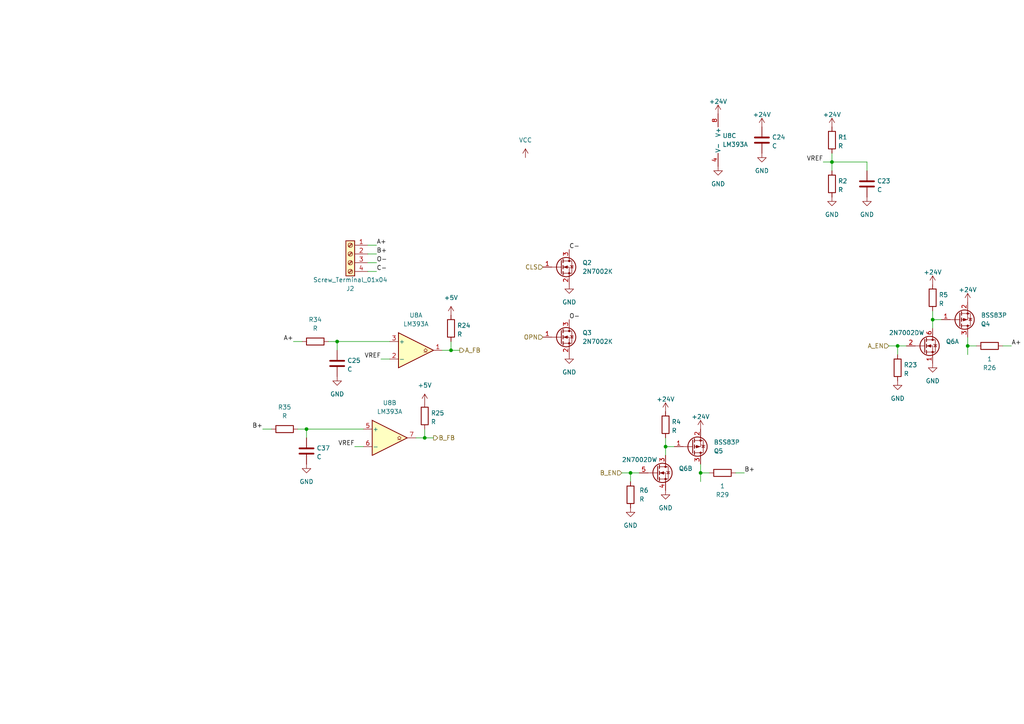
<source format=kicad_sch>
(kicad_sch (version 20231120) (generator "eeschema") (generator_version "8.0")
  (paper "A4")
  (lib_symbols
    (symbol "Comparator:LM393" (pin_names (offset 0.127))
      (property "Reference" "U" (at 3.81 3.81 0))
      (property "Value" "LM393" (at 6.35 -3.81 0))
      (symbol "LM393_1_1"
        (polyline (pts (xy -5.08 5.08) (xy 5.08 0) (xy -5.08 -5.08) (xy -5.08 5.08)) (stroke (width 0.254)) (fill (type background)))
        (polyline (pts (xy 3.302 -0.508) (xy 2.794 -0.508) (xy 3.302 0) (xy 2.794 0.508) (xy 2.286 0) (xy 2.794 -0.508) (xy 2.286 -0.508)) (stroke (width 0.127)))
        (pin open_collector line (at 7.62 0 180) (length 2.54) (name "~") (number "1"))
        (pin input line (at -7.62 -2.54 0) (length 2.54) (name "-") (number "2"))
        (pin input line (at -7.62 2.54 0) (length 2.54) (name "+") (number "3"))
      )
      (symbol "LM393_2_1"
        (polyline (pts (xy -5.08 5.08) (xy 5.08 0) (xy -5.08 -5.08) (xy -5.08 5.08)) (stroke (width 0.254)) (fill (type background)))
        (polyline (pts (xy 3.302 -0.508) (xy 2.794 -0.508) (xy 3.302 0) (xy 2.794 0.508) (xy 2.286 0) (xy 2.794 -0.508) (xy 2.286 -0.508)) (stroke (width 0.127)))
        (pin input line (at -7.62 2.54 0) (length 2.54) (name "+") (number "5"))
        (pin input line (at -7.62 -2.54 0) (length 2.54) (name "-") (number "6"))
        (pin open_collector line (at 7.62 0 180) (length 2.54) (name "~") (number "7"))
      )
      (symbol "LM393_3_1"
        (pin power_in line (at -2.54 -7.62 90) (length 3.81) (name "V-") (number "4"))
        (pin power_in line (at -2.54 7.62 270) (length 3.81) (name "V+") (number "8"))
      )
    )
    (symbol "Connector:Screw_Terminal_01x04" (pin_names (offset 1.016) hide)
      (property "Reference" "J" (at 0 5.08 0))
      (property "Value" "Screw_Terminal_01x04" (at 0 -7.62 0))
      (symbol "Screw_Terminal_01x04_1_1"
        (rectangle (start -1.27 3.81) (end 1.27 -6.35) (stroke (width 0.254)) (fill (type background)))
        (circle (center 0 -5.08) (radius 0.635) (stroke (width 0.1524)))
        (circle (center 0 -2.54) (radius 0.635) (stroke (width 0.1524)))
        (polyline (pts (xy -0.5334 -4.7498) (xy 0.3302 -5.588)) (stroke (width 0.1524)))
        (polyline (pts (xy -0.5334 -2.2098) (xy 0.3302 -3.048)) (stroke (width 0.1524)))
        (polyline (pts (xy -0.5334 0.3302) (xy 0.3302 -0.508)) (stroke (width 0.1524)))
        (polyline (pts (xy -0.5334 2.8702) (xy 0.3302 2.032)) (stroke (width 0.1524)))
        (polyline (pts (xy -0.3556 -4.572) (xy 0.508 -5.4102)) (stroke (width 0.1524)))
        (polyline (pts (xy -0.3556 -2.032) (xy 0.508 -2.8702)) (stroke (width 0.1524)))
        (polyline (pts (xy -0.3556 0.508) (xy 0.508 -0.3302)) (stroke (width 0.1524)))
        (polyline (pts (xy -0.3556 3.048) (xy 0.508 2.2098)) (stroke (width 0.1524)))
        (circle (center 0 0) (radius 0.635) (stroke (width 0.1524)))
        (circle (center 0 2.54) (radius 0.635) (stroke (width 0.1524)))
        (pin passive line (at -5.08 2.54 0) (length 3.81) (name "Pin_1") (number "1"))
        (pin passive line (at -5.08 0 0) (length 3.81) (name "Pin_2") (number "2"))
        (pin passive line (at -5.08 -2.54 0) (length 3.81) (name "Pin_3") (number "3"))
        (pin passive line (at -5.08 -5.08 0) (length 3.81) (name "Pin_4") (number "4"))
      )
    )
    (symbol "Device:C" (pin_numbers hide) (pin_names (offset 0.254))
      (property "Reference" "C" (at 0.635 2.54 0))
      (property "Value" "C" (at 0.635 -2.54 0))
      (symbol "C_0_1"
        (polyline (pts (xy -2.032 -0.762) (xy 2.032 -0.762)) (stroke (width 0.508)))
        (polyline (pts (xy -2.032 0.762) (xy 2.032 0.762)) (stroke (width 0.508)))
      )
      (symbol "C_1_1"
        (pin passive line (at 0 3.81 270) (length 2.794) (name "~") (number "1"))
        (pin passive line (at 0 -3.81 90) (length 2.794) (name "~") (number "2"))
      )
    )
    (symbol "Device:R" (pin_numbers hide) (pin_names (offset 0))
      (property "Reference" "R" (at 2.032 0 90))
      (property "Value" "R" (at 0 0 90))
      (symbol "R_0_1"
        (rectangle (start -1.016 -2.54) (end 1.016 2.54) (stroke (width 0.254)))
      )
      (symbol "R_1_1"
        (pin passive line (at 0 3.81 270) (length 1.27) (name "~") (number "1"))
        (pin passive line (at 0 -3.81 90) (length 1.27) (name "~") (number "2"))
      )
    )
    (symbol "Transistor_FET:2N7002K" (pin_names hide)
      (property "Reference" "Q" (at 5.08 1.905 0))
      (property "Value" "2N7002K" (at 5.08 0 0))
      (symbol "2N7002K_0_1"
        (polyline (pts (xy 0.254 0) (xy -2.54 0)))
        (polyline (pts (xy 0.254 1.905) (xy 0.254 -1.905)) (stroke (width 0.254)))
        (polyline (pts (xy 0.762 -1.27) (xy 0.762 -2.286)) (stroke (width 0.254)))
        (polyline (pts (xy 0.762 0.508) (xy 0.762 -0.508)) (stroke (width 0.254)))
        (polyline (pts (xy 0.762 2.286) (xy 0.762 1.27)) (stroke (width 0.254)))
        (polyline (pts (xy 2.54 2.54) (xy 2.54 1.778)))
        (polyline (pts (xy 2.54 -2.54) (xy 2.54 0) (xy 0.762 0)))
        (polyline (pts (xy 0.762 -1.778) (xy 3.302 -1.778) (xy 3.302 1.778) (xy 0.762 1.778)))
        (polyline (pts (xy 1.016 0) (xy 2.032 0.381) (xy 2.032 -0.381) (xy 1.016 0)) (fill (type outline)))
        (polyline (pts (xy 2.794 0.508) (xy 2.921 0.381) (xy 3.683 0.381) (xy 3.81 0.254)))
        (polyline (pts (xy 3.302 0.381) (xy 2.921 -0.254) (xy 3.683 -0.254) (xy 3.302 0.381)))
        (circle (center 1.651 0) (radius 2.794) (stroke (width 0.254)))
        (circle (center 2.54 -1.778) (radius 0.254) (fill (type outline)))
        (circle (center 2.54 1.778) (radius 0.254) (fill (type outline)))
      )
      (symbol "2N7002K_1_1"
        (pin input line (at -5.08 0 0) (length 2.54) (name "G") (number "1"))
        (pin passive line (at 2.54 -5.08 90) (length 2.54) (name "S") (number "2"))
        (pin passive line (at 2.54 5.08 270) (length 2.54) (name "D") (number "3"))
      )
    )
    (symbol "Transistor_FET:BSS83P" (pin_names hide)
      (property "Reference" "Q" (at 5.08 1.905 0))
      (property "Value" "BSS83P" (at 5.08 0 0))
      (symbol "BSS83P_0_1"
        (polyline (pts (xy 0.254 0) (xy -2.54 0)))
        (polyline (pts (xy 0.254 1.905) (xy 0.254 -1.905)) (stroke (width 0.254)))
        (polyline (pts (xy 0.762 -1.27) (xy 0.762 -2.286)) (stroke (width 0.254)))
        (polyline (pts (xy 0.762 0.508) (xy 0.762 -0.508)) (stroke (width 0.254)))
        (polyline (pts (xy 0.762 2.286) (xy 0.762 1.27)) (stroke (width 0.254)))
        (polyline (pts (xy 2.54 2.54) (xy 2.54 1.778)))
        (polyline (pts (xy 2.54 -2.54) (xy 2.54 0) (xy 0.762 0)))
        (polyline (pts (xy 0.762 1.778) (xy 3.302 1.778) (xy 3.302 -1.778) (xy 0.762 -1.778)))
        (polyline (pts (xy 2.286 0) (xy 1.27 0.381) (xy 1.27 -0.381) (xy 2.286 0)) (fill (type outline)))
        (polyline (pts (xy 2.794 -0.508) (xy 2.921 -0.381) (xy 3.683 -0.381) (xy 3.81 -0.254)))
        (polyline (pts (xy 3.302 -0.381) (xy 2.921 0.254) (xy 3.683 0.254) (xy 3.302 -0.381)))
        (circle (center 1.651 0) (radius 2.794) (stroke (width 0.254)))
        (circle (center 2.54 -1.778) (radius 0.254) (fill (type outline)))
        (circle (center 2.54 1.778) (radius 0.254) (fill (type outline)))
      )
      (symbol "BSS83P_1_1"
        (pin input line (at -5.08 0 0) (length 2.54) (name "G") (number "1"))
        (pin passive line (at 2.54 -5.08 90) (length 2.54) (name "S") (number "2"))
        (pin passive line (at 2.54 5.08 270) (length 2.54) (name "D") (number "3"))
      )
    )
    (symbol "Transistor_FET:FDG1024NZ" (pin_names hide)
      (property "Reference" "Q" (at 5.08 1.905 0))
      (property "Value" "FDG1024NZ" (at 5.08 0 0))
      (symbol "FDG1024NZ_0_1"
        (polyline (pts (xy 0.254 0) (xy -2.54 0)))
        (polyline (pts (xy 0.254 1.905) (xy 0.254 -1.905)) (stroke (width 0.254)))
        (polyline (pts (xy 0.762 -1.27) (xy 0.762 -2.286)) (stroke (width 0.254)))
        (polyline (pts (xy 0.762 0.508) (xy 0.762 -0.508)) (stroke (width 0.254)))
        (polyline (pts (xy 0.762 2.286) (xy 0.762 1.27)) (stroke (width 0.254)))
        (polyline (pts (xy 2.54 2.54) (xy 2.54 1.778)))
        (polyline (pts (xy 2.54 -2.54) (xy 2.54 0) (xy 0.762 0)))
        (polyline (pts (xy 0.762 -1.778) (xy 3.302 -1.778) (xy 3.302 1.778) (xy 0.762 1.778)))
        (polyline (pts (xy 1.016 0) (xy 2.032 0.381) (xy 2.032 -0.381) (xy 1.016 0)) (fill (type outline)))
        (polyline (pts (xy 2.794 0.508) (xy 2.921 0.381) (xy 3.683 0.381) (xy 3.81 0.254)))
        (polyline (pts (xy 3.302 0.381) (xy 2.921 -0.254) (xy 3.683 -0.254) (xy 3.302 0.381)))
        (circle (center 1.651 0) (radius 2.794) (stroke (width 0.254)))
        (circle (center 2.54 -1.778) (radius 0.254) (fill (type outline)))
        (circle (center 2.54 1.778) (radius 0.254) (fill (type outline)))
      )
      (symbol "FDG1024NZ_1_1"
        (pin passive line (at 2.54 -5.08 90) (length 2.54) (name "S") (number "1"))
        (pin passive line (at -5.08 0 0) (length 2.54) (name "G") (number "2"))
        (pin passive line (at 2.54 5.08 270) (length 2.54) (name "D") (number "6"))
      )
      (symbol "FDG1024NZ_2_1"
        (pin passive line (at 2.54 5.08 270) (length 2.54) (name "D") (number "3"))
        (pin passive line (at 2.54 -5.08 90) (length 2.54) (name "S") (number "4"))
        (pin passive line (at -5.08 0 0) (length 2.54) (name "G") (number "5"))
      )
    )
    (symbol "power:+24V" (power) (pin_names (offset 0))
      (property "Value" "+24V" (at 0 3.556 0))
      (symbol "+24V_0_1"
        (polyline (pts (xy -0.762 1.27) (xy 0 2.54)))
        (polyline (pts (xy 0 0) (xy 0 2.54)))
        (polyline (pts (xy 0 2.54) (xy 0.762 1.27)))
      )
      (symbol "+24V_1_1"
        (pin power_in line (at 0 0 90) (length 0) hide (name "+24V") (number "1"))
      )
    )
    (symbol "power:+5V" (power) (pin_names (offset 0))
      (property "Value" "+5V" (at 0 3.556 0))
      (symbol "+5V_0_1"
        (polyline (pts (xy -0.762 1.27) (xy 0 2.54)))
        (polyline (pts (xy 0 0) (xy 0 2.54)))
        (polyline (pts (xy 0 2.54) (xy 0.762 1.27)))
      )
      (symbol "+5V_1_1"
        (pin power_in line (at 0 0 90) (length 0) hide (name "+5V") (number "1"))
      )
    )
    (symbol "power:GND" (power) (pin_names (offset 0))
      (property "Value" "GND" (at 0 -3.81 0))
      (symbol "GND_0_1"
        (polyline (pts (xy 0 0) (xy 0 -1.27) (xy 1.27 -1.27) (xy 0 -2.54) (xy -1.27 -1.27) (xy 0 -1.27)))
      )
      (symbol "GND_1_1"
        (pin power_in line (at 0 0 270) (length 0) hide (name "GND") (number "1"))
      )
    )
    (symbol "power:VCC" (power) (pin_names (offset 0))
      (property "Value" "VCC" (at 0 3.81 0))
      (symbol "VCC_0_1"
        (polyline (pts (xy -0.762 1.27) (xy 0 2.54)))
        (polyline (pts (xy 0 0) (xy 0 2.54)))
        (polyline (pts (xy 0 2.54) (xy 0.762 1.27)))
      )
      (symbol "VCC_1_1"
        (pin power_in line (at 0 0 90) (length 0) hide (name "VCC") (number "1"))
      )
    )
  )
  (junction (at 123.19 127))
  (junction (at 260.35 100.33))
  (junction (at 241.3 46.99))
  (junction (at 88.9 124.46))
  (junction (at 280.67 100.33))
  (junction (at 97.79 99.06))
  (junction (at 270.51 92.71))
  (junction (at 203.2 137.16))
  (junction (at 182.88 137.16))
  (junction (at 193.04 129.54))
  (junction (at 130.81 101.6))
  (wire (pts (xy 106.68 76.2) (xy 109.22 76.2)))
  (wire (pts (xy 120.65 127) (xy 123.19 127)))
  (wire (pts (xy 283.21 100.33) (xy 280.67 100.33)))
  (wire (pts (xy 280.67 100.33) (xy 280.67 102.87)))
  (wire (pts (xy 205.74 137.16) (xy 203.2 137.16)))
  (wire (pts (xy 88.9 124.46) (xy 88.9 127)))
  (wire (pts (xy 182.88 137.16) (xy 185.42 137.16)))
  (wire (pts (xy 241.3 46.99) (xy 241.3 49.53)))
  (wire (pts (xy 182.88 137.16) (xy 182.88 139.7)))
  (wire (pts (xy 97.79 99.06) (xy 113.03 99.06)))
  (wire (pts (xy 106.68 78.74) (xy 109.22 78.74)))
  (wire (pts (xy 123.19 127) (xy 125.73 127)))
  (wire (pts (xy 241.3 46.99) (xy 251.46 46.99)))
  (wire (pts (xy 110.49 104.14) (xy 113.03 104.14)))
  (wire (pts (xy 76.2 124.46) (xy 78.74 124.46)))
  (wire (pts (xy 290.83 100.33) (xy 293.37 100.33)))
  (wire (pts (xy 280.67 100.33) (xy 280.67 97.79)))
  (wire (pts (xy 193.04 127) (xy 193.04 129.54)))
  (wire (pts (xy 238.76 46.99) (xy 241.3 46.99)))
  (wire (pts (xy 106.68 73.66) (xy 109.22 73.66)))
  (wire (pts (xy 193.04 129.54) (xy 195.58 129.54)))
  (wire (pts (xy 251.46 49.53) (xy 251.46 46.99)))
  (wire (pts (xy 180.34 137.16) (xy 182.88 137.16)))
  (wire (pts (xy 270.51 90.17) (xy 270.51 92.71)))
  (wire (pts (xy 123.19 124.46) (xy 123.19 127)))
  (wire (pts (xy 260.35 100.33) (xy 262.89 100.33)))
  (wire (pts (xy 193.04 129.54) (xy 193.04 132.08)))
  (wire (pts (xy 85.09 99.06) (xy 87.63 99.06)))
  (wire (pts (xy 203.2 137.16) (xy 203.2 139.7)))
  (wire (pts (xy 241.3 44.45) (xy 241.3 46.99)))
  (wire (pts (xy 257.81 100.33) (xy 260.35 100.33)))
  (wire (pts (xy 102.87 129.54) (xy 105.41 129.54)))
  (wire (pts (xy 213.36 137.16) (xy 215.9 137.16)))
  (wire (pts (xy 130.81 101.6) (xy 133.35 101.6)))
  (wire (pts (xy 86.36 124.46) (xy 88.9 124.46)))
  (wire (pts (xy 97.79 99.06) (xy 97.79 101.6)))
  (wire (pts (xy 95.25 99.06) (xy 97.79 99.06)))
  (wire (pts (xy 203.2 137.16) (xy 203.2 134.62)))
  (wire (pts (xy 270.51 92.71) (xy 270.51 95.25)))
  (wire (pts (xy 88.9 124.46) (xy 105.41 124.46)))
  (wire (pts (xy 130.81 99.06) (xy 130.81 101.6)))
  (wire (pts (xy 128.27 101.6) (xy 130.81 101.6)))
  (wire (pts (xy 106.68 71.12) (xy 109.22 71.12)))
  (wire (pts (xy 270.51 92.71) (xy 273.05 92.71)))
  (wire (pts (xy 260.35 100.33) (xy 260.35 102.87)))
  (label "A+" (at 293.37 100.33 0))
  (label "VREF" (at 102.87 129.54 180))
  (label "B+" (at 109.22 73.66 0))
  (label "VREF" (at 110.49 104.14 180))
  (label "VREF" (at 238.76 46.99 180))
  (label "A+" (at 85.09 99.06 180))
  (label "C-" (at 109.22 78.74 0))
  (label "B+" (at 76.2 124.46 180))
  (label "B+" (at 215.9 137.16 0))
  (label "O-" (at 109.22 76.2 0))
  (label "O-" (at 165.1 92.71 0))
  (label "A+" (at 109.22 71.12 0))
  (label "C-" (at 165.1 72.39 0))
  (hierarchical_label "CLS" (shape input) (at 157.48 77.47 180))
  (hierarchical_label "B_FB" (shape output) (at 125.73 127 0))
  (hierarchical_label "OPN" (shape input) (at 157.48 97.79 180))
  (hierarchical_label "A_EN" (shape input) (at 257.81 100.33 180))
  (hierarchical_label "A_FB" (shape output) (at 133.35 101.6 0))
  (hierarchical_label "B_EN" (shape input) (at 180.34 137.16 180))
  (symbol (lib_id "Transistor_FET:2N7002K") (at 162.56 97.79 0) (unit 1)
    (property "Reference" "Q3" (at 168.91 96.52 0) (effects (justify left)))
    (property "Value" "2N7002K" (at 168.91 99.06 0) (effects (justify left)))
    (property "Footprint" "Package_TO_SOT_SMD:SOT-23" (effects (hide yes)))
    (property "Datasheet" "https://www.diodes.com/assets/Datasheets/ds30896.pdf" (effects (hide yes)))
  )
  (symbol (lib_id "power:+24V") (at 220.98 36.83 0) (unit 1)
    (property "Reference" "#PWR082" (effects (hide yes)))
    (property "Value" "+24V" (at 220.98 33.2542 0))
    (instances (project "room_hub" (path "" (reference "#PWR082") (unit 1))) (project "heating_controller" (path "" (reference "#PWR0169") (unit 1))))
  )
  (symbol (lib_id "power:GND") (at 88.9 134.62 0) (unit 1)
    (property "Reference" "#PWR084" (effects (hide yes)))
    (property "Value" "GND" (at 88.9 139.7 0))
  )
  (symbol (lib_id "power:GND") (at 260.35 110.49 0) (unit 1)
    (property "Reference" "#PWR095" (effects (hide yes)))
    (property "Value" "GND" (at 260.35 115.57 0))
  )
  (symbol (lib_id "Device:R") (at 209.55 137.16 270) (unit 1)
    (property "Reference" "R29" (at 209.55 143.51 90))
    (property "Value" "1" (at 209.55 140.97 90))
    (property "Footprint" "Resistor_SMD:R_0603_1608Metric" (effects (hide yes)))
    (instances (project "room_hub" (path "" (reference "R29") (unit 1))) (project "heating_controller" (path "" (reference "R32") (unit 1))))
  )
  (symbol (lib_id "power:+24V") (at 193.04 119.38 0) (unit 1)
    (property "Reference" "#PWR090" (effects (hide yes)))
    (property "Value" "+24V" (at 193.04 115.8042 0))
    (instances (project "room_hub" (path "" (reference "#PWR090") (unit 1))) (project "heating_controller" (path "" (reference "#PWR0169") (unit 1))))
  )
  (symbol (lib_id "Device:R") (at 123.19 120.65 0) (unit 1)
    (property "Reference" "R25" (at 124.968 119.8153 0) (effects (justify left)))
    (property "Value" "R" (at 124.968 122.3522 0) (effects (justify left)))
    (property "Footprint" "Resistor_SMD:R_0603_1608Metric" (effects (hide yes)))
    (instances (project "room_hub" (path "" (reference "R25") (unit 1))) (project "heating_controller" (path "" (reference "R32") (unit 1))))
  )
  (symbol (lib_id "power:GND") (at 165.1 102.87 0) (unit 1)
    (property "Reference" "#PWR03" (effects (hide yes)))
    (property "Value" "GND" (at 165.1 107.95 0))
  )
  (symbol (lib_id "Device:R") (at 241.3 53.34 0) (unit 1)
    (property "Reference" "R2" (at 243.078 52.5053 0) (effects (justify left)))
    (property "Value" "R" (at 243.078 55.0422 0) (effects (justify left)))
    (property "Footprint" "Resistor_SMD:R_0603_1608Metric" (effects (hide yes)))
    (instances (project "room_hub" (path "" (reference "R2") (unit 1))) (project "heating_controller" (path "" (reference "R32") (unit 1))))
  )
  (symbol (lib_id "Device:R") (at 182.88 143.51 180) (unit 1)
    (property "Reference" "R6" (at 185.42 142.24 0) (effects (justify right)))
    (property "Value" "R" (at 185.42 144.78 0) (effects (justify right)))
    (property "Footprint" "Resistor_SMD:R_0603_1608Metric" (effects (hide yes)))
    (instances (project "room_hub" (path "" (reference "R6") (unit 1))) (project "heating_controller" (path "" (reference "R32") (unit 1))))
  )
  (symbol (lib_id "power:+5V") (at 123.19 116.84 0) (unit 1)
    (property "Reference" "#PWR099" (effects (hide yes)))
    (property "Value" "+5V" (at 123.19 111.76 0))
  )
  (symbol (lib_id "power:GND") (at 208.28 48.26 0) (unit 1)
    (property "Reference" "#PWR093" (effects (hide yes)))
    (property "Value" "GND" (at 208.28 53.34 0))
  )
  (symbol (lib_id "Transistor_FET:FDG1024NZ") (at 267.97 100.33 0) (unit 1)
    (property "Reference" "Q6" (at 274.32 99.06 0) (effects (justify left)))
    (property "Value" "2N7002DW" (at 257.81 96.52 0) (effects (justify left)))
    (property "Footprint" "Package_TO_SOT_SMD:SOT-363_SC-70-6" (effects (hide yes)))
    (property "Datasheet" "https://www.onsemi.com/pdf/datasheet/2n7002dw-d.pdf" (effects (hide yes)))
  )
  (symbol (lib_id "power:GND") (at 165.1 82.55 0) (unit 1)
    (property "Reference" "#PWR02" (effects (hide yes)))
    (property "Value" "GND" (at 165.1 87.63 0))
  )
  (symbol (lib_id "power:+24V") (at 280.67 87.63 0) (unit 1)
    (property "Reference" "#PWR097" (effects (hide yes)))
    (property "Value" "+24V" (at 280.67 84.0542 0))
    (instances (project "room_hub" (path "" (reference "#PWR097") (unit 1))) (project "heating_controller" (path "" (reference "#PWR0169") (unit 1))))
  )
  (symbol (lib_id "Device:R") (at 193.04 123.19 0) (unit 1)
    (property "Reference" "R4" (at 194.818 122.3553 0) (effects (justify left)))
    (property "Value" "R" (at 194.818 124.8922 0) (effects (justify left)))
    (property "Footprint" "Resistor_SMD:R_0603_1608Metric" (effects (hide yes)))
    (instances (project "room_hub" (path "" (reference "R4") (unit 1))) (project "heating_controller" (path "" (reference "R32") (unit 1))))
  )
  (symbol (lib_id "power:GND") (at 270.51 105.41 0) (unit 1)
    (property "Reference" "#PWR05" (effects (hide yes)))
    (property "Value" "GND" (at 270.51 110.49 0))
  )
  (symbol (lib_id "Device:R") (at 82.55 124.46 90) (unit 1)
    (property "Reference" "R35" (at 82.55 118.11 90))
    (property "Value" "R" (at 82.55 120.65 90))
    (property "Footprint" "Resistor_SMD:R_0603_1608Metric" (effects (hide yes)))
    (instances (project "room_hub" (path "" (reference "R35") (unit 1))) (project "heating_controller" (path "" (reference "R32") (unit 1))))
  )
  (symbol (lib_id "Device:C") (at 251.46 53.34 0) (unit 1)
    (property "Reference" "C23" (at 254.381 52.5053 0) (effects (justify left)))
    (property "Value" "C" (at 254.381 55.0422 0) (effects (justify left)))
    (property "Footprint" "Capacitor_SMD:C_0603_1608Metric" (effects (hide yes)))
    (instances (project "room_hub" (path "" (reference "C23") (unit 1))) (project "heating_controller" (path "" (reference "C9") (unit 1))))
  )
  (symbol (lib_id "Device:R") (at 287.02 100.33 270) (unit 1)
    (property "Reference" "R26" (at 287.02 106.68 90))
    (property "Value" "1" (at 287.02 104.14 90))
    (property "Footprint" "Resistor_SMD:R_0603_1608Metric" (effects (hide yes)))
    (instances (project "room_hub" (path "" (reference "R26") (unit 1))) (project "heating_controller" (path "" (reference "R32") (unit 1))))
  )
  (symbol (lib_id "Device:R") (at 91.44 99.06 90) (unit 1)
    (property "Reference" "R34" (at 91.44 92.71 90))
    (property "Value" "R" (at 91.44 95.25 90))
    (property "Footprint" "Resistor_SMD:R_0603_1608Metric" (effects (hide yes)))
    (instances (project "room_hub" (path "" (reference "R34") (unit 1))) (project "heating_controller" (path "" (reference "R32") (unit 1))))
  )
  (symbol (lib_id "power:+5V") (at 130.81 91.44 0) (unit 1)
    (property "Reference" "#PWR098" (effects (hide yes)))
    (property "Value" "+5V" (at 130.81 86.36 0))
  )
  (symbol (lib_id "power:GND") (at 182.88 147.32 0) (unit 1)
    (property "Reference" "#PWR094" (effects (hide yes)))
    (property "Value" "GND" (at 182.88 152.4 0))
  )
  (symbol (lib_id "power:VCC") (at 152.4 45.72 0) (unit 1)
    (property "Reference" "#PWR0129" (effects (hide yes)))
    (property "Value" "VCC" (at 152.4 40.64 0))
  )
  (symbol (lib_id "Device:C") (at 97.79 105.41 0) (unit 1)
    (property "Reference" "C25" (at 100.711 104.5753 0) (effects (justify left)))
    (property "Value" "C" (at 100.711 107.1122 0) (effects (justify left)))
    (property "Footprint" "Capacitor_SMD:C_0603_1608Metric" (effects (hide yes)))
    (instances (project "room_hub" (path "" (reference "C25") (unit 1))) (project "heating_controller" (path "" (reference "C9") (unit 1))))
  )
  (symbol (lib_id "Device:C") (at 88.9 130.81 0) (unit 1)
    (property "Reference" "C37" (at 91.821 129.9753 0) (effects (justify left)))
    (property "Value" "C" (at 91.821 132.5122 0) (effects (justify left)))
    (property "Footprint" "Capacitor_SMD:C_0603_1608Metric" (effects (hide yes)))
    (instances (project "room_hub" (path "" (reference "C37") (unit 1))) (project "heating_controller" (path "" (reference "C9") (unit 1))))
  )
  (symbol (lib_id "Connector:Screw_Terminal_01x04") (at 101.6 73.66 0) (mirror y) (unit 1)
    (property "Reference" "J2" (at 101.6 83.7098 0))
    (property "Value" "Screw_Terminal_01x04" (at 101.6 81.1729 0))
    (property "Footprint" "Connector_Phoenix_MC:PhoenixContact_MC_1,5_4-G-3.5_1x04_P3.50mm_Horizontal" (effects (hide yes)))
    (instances (project "room_hub" (path "" (reference "J2") (unit 1))) (project "heating_controller" (path "" (reference "J20") (unit 1))))
  )
  (symbol (lib_id "Device:R") (at 130.81 95.25 0) (unit 1)
    (property "Reference" "R24" (at 132.588 94.4153 0) (effects (justify left)))
    (property "Value" "R" (at 132.588 96.9522 0) (effects (justify left)))
    (property "Footprint" "Resistor_SMD:R_0603_1608Metric" (effects (hide yes)))
    (instances (project "room_hub" (path "" (reference "R24") (unit 1))) (project "heating_controller" (path "" (reference "R32") (unit 1))))
  )
  (symbol (lib_id "power:+24V") (at 270.51 82.55 0) (unit 1)
    (property "Reference" "#PWR091" (effects (hide yes)))
    (property "Value" "+24V" (at 270.51 78.9742 0))
    (instances (project "room_hub" (path "" (reference "#PWR091") (unit 1))) (project "heating_controller" (path "" (reference "#PWR0169") (unit 1))))
  )
  (symbol (lib_id "Transistor_FET:2N7002K") (at 162.56 77.47 0) (unit 1)
    (property "Reference" "Q2" (at 168.91 76.2 0) (effects (justify left)))
    (property "Value" "2N7002K" (at 168.91 78.74 0) (effects (justify left)))
    (property "Footprint" "Package_TO_SOT_SMD:SOT-23" (effects (hide yes)))
    (property "Datasheet" "https://www.diodes.com/assets/Datasheets/ds30896.pdf" (effects (hide yes)))
  )
  (symbol (lib_id "Comparator:LM393") (at 113.03 127 0) (unit 2)
    (property "Reference" "U8" (at 113.03 116.84 0))
    (property "Value" "LM393A" (at 113.03 119.38 0))
    (property "Footprint" "Package_SO:VSSOP-8_3.0x3.0mm_P0.65mm" (effects (hide yes)))
    (property "Datasheet" "http://www.ti.com/lit/ds/symlink/lm393.pdf" (effects (hide yes)))
  )
  (symbol (lib_id "Comparator:LM393") (at 120.65 101.6 0) (unit 1)
    (property "Reference" "U8" (at 120.65 91.44 0))
    (property "Value" "LM393A" (at 120.65 93.98 0))
    (property "Footprint" "Package_SO:VSSOP-8_3.0x3.0mm_P0.65mm" (effects (hide yes)))
    (property "Datasheet" "http://www.ti.com/lit/ds/symlink/lm393.pdf" (effects (hide yes)))
  )
  (symbol (lib_id "power:GND") (at 97.79 109.22 0) (unit 1)
    (property "Reference" "#PWR083" (effects (hide yes)))
    (property "Value" "GND" (at 97.79 114.3 0))
  )
  (symbol (lib_id "Device:R") (at 260.35 106.68 0) (unit 1)
    (property "Reference" "R23" (at 262.128 105.8453 0) (effects (justify left)))
    (property "Value" "R" (at 262.128 108.3822 0) (effects (justify left)))
    (property "Footprint" "Resistor_SMD:R_0603_1608Metric" (effects (hide yes)))
    (instances (project "room_hub" (path "" (reference "R23") (unit 1))) (project "heating_controller" (path "" (reference "R32") (unit 1))))
  )
  (symbol (lib_id "Device:R") (at 270.51 86.36 0) (unit 1)
    (property "Reference" "R5" (at 272.288 85.5253 0) (effects (justify left)))
    (property "Value" "R" (at 272.288 88.0622 0) (effects (justify left)))
    (property "Footprint" "Resistor_SMD:R_0603_1608Metric" (effects (hide yes)))
    (instances (project "room_hub" (path "" (reference "R5") (unit 1))) (project "heating_controller" (path "" (reference "R32") (unit 1))))
  )
  (symbol (lib_id "power:GND") (at 251.46 57.15 0) (unit 1)
    (property "Reference" "#PWR079" (effects (hide yes)))
    (property "Value" "GND" (at 251.46 62.23 0))
  )
  (symbol (lib_id "Device:C") (at 220.98 40.64 0) (unit 1)
    (property "Reference" "C24" (at 223.901 39.8053 0) (effects (justify left)))
    (property "Value" "C" (at 223.901 42.3422 0) (effects (justify left)))
    (property "Footprint" "Capacitor_SMD:C_0603_1608Metric" (effects (hide yes)))
    (instances (project "room_hub" (path "" (reference "C24") (unit 1))) (project "heating_controller" (path "" (reference "C9") (unit 1))))
  )
  (symbol (lib_id "power:GND") (at 241.3 57.15 0) (unit 1)
    (property "Reference" "#PWR078" (effects (hide yes)))
    (property "Value" "GND" (at 241.3 62.23 0))
  )
  (symbol (lib_id "Comparator:LM393") (at 210.82 40.64 0) (unit 3)
    (property "Reference" "U8" (at 209.55 39.37 0) (effects (justify left)))
    (property "Value" "LM393A" (at 209.55 41.91 0) (effects (justify left)))
    (property "Footprint" "Package_SO:VSSOP-8_3.0x3.0mm_P0.65mm" (effects (hide yes)))
    (property "Datasheet" "http://www.ti.com/lit/ds/symlink/lm393.pdf" (effects (hide yes)))
  )
  (symbol (lib_id "power:GND") (at 220.98 44.45 0) (unit 1)
    (property "Reference" "#PWR081" (effects (hide yes)))
    (property "Value" "GND" (at 220.98 49.53 0))
  )
  (symbol (lib_id "Transistor_FET:BSS83P") (at 200.66 129.54 0) (mirror x) (unit 1)
    (property "Reference" "Q5" (at 207.01 130.81 0) (effects (justify left)))
    (property "Value" "BSS83P" (at 207.01 128.27 0) (effects (justify left)))
    (property "Footprint" "Package_TO_SOT_SMD:SOT-23" (effects (hide yes)))
    (property "Datasheet" "http://www.farnell.com/datasheets/1835997.pdf" (effects (hide yes)))
  )
  (symbol (lib_id "Transistor_FET:FDG1024NZ") (at 190.5 137.16 0) (unit 2)
    (property "Reference" "Q6" (at 196.85 135.89 0) (effects (justify left)))
    (property "Value" "2N7002DW" (at 180.34 133.35 0) (effects (justify left)))
    (property "Footprint" "Package_TO_SOT_SMD:SOT-363_SC-70-6" (effects (hide yes)))
    (property "Datasheet" "https://www.onsemi.com/pdf/datasheet/2n7002dw-d.pdf" (effects (hide yes)))
  )
  (symbol (lib_id "power:+24V") (at 203.2 124.46 0) (unit 1)
    (property "Reference" "#PWR096" (effects (hide yes)))
    (property "Value" "+24V" (at 203.2 120.8842 0))
    (instances (project "room_hub" (path "" (reference "#PWR096") (unit 1))) (project "heating_controller" (path "" (reference "#PWR0169") (unit 1))))
  )
  (symbol (lib_id "Transistor_FET:BSS83P") (at 278.13 92.71 0) (mirror x) (unit 1)
    (property "Reference" "Q4" (at 284.48 93.98 0) (effects (justify left)))
    (property "Value" "BSS83P" (at 284.48 91.44 0) (effects (justify left)))
    (property "Footprint" "Package_TO_SOT_SMD:SOT-23" (effects (hide yes)))
    (property "Datasheet" "http://www.farnell.com/datasheets/1835997.pdf" (effects (hide yes)))
  )
  (symbol (lib_id "power:GND") (at 193.04 142.24 0) (unit 1)
    (property "Reference" "#PWR04" (effects (hide yes)))
    (property "Value" "GND" (at 193.04 147.32 0))
  )
  (symbol (lib_id "power:+24V") (at 241.3 36.83 0) (unit 1)
    (property "Reference" "#PWR080" (effects (hide yes)))
    (property "Value" "+24V" (at 241.3 33.2542 0))
    (instances (project "room_hub" (path "" (reference "#PWR080") (unit 1))) (project "heating_controller" (path "" (reference "#PWR0169") (unit 1))))
  )
  (symbol (lib_id "power:+24V") (at 208.28 33.02 0) (unit 1)
    (property "Reference" "#PWR092" (effects (hide yes)))
    (property "Value" "+24V" (at 208.28 29.4442 0))
    (instances (project "room_hub" (path "" (reference "#PWR092") (unit 1))) (project "heating_controller" (path "" (reference "#PWR0169") (unit 1))))
  )
  (symbol (lib_id "Device:R") (at 241.3 40.64 0) (unit 1)
    (property "Reference" "R1" (at 243.078 39.8053 0) (effects (justify left)))
    (property "Value" "R" (at 243.078 42.3422 0) (effects (justify left)))
    (property "Footprint" "Resistor_SMD:R_0603_1608Metric" (effects (hide yes)))
    (instances (project "room_hub" (path "" (reference "R1") (unit 1))) (project "heating_controller" (path "" (reference "R32") (unit 1))))
  )
)
</source>
